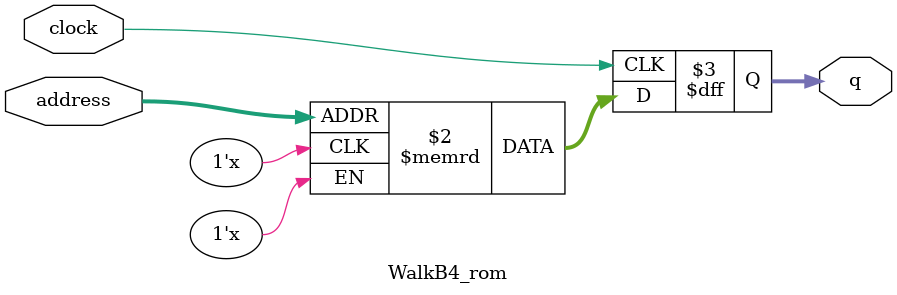
<source format=sv>
module WalkB4_rom (
	input logic clock,
	input logic [12:0] address,
	output logic [2:0] q
);

logic [2:0] memory [0:5399] /* synthesis ram_init_file = "./WalkB4/WalkB4.mif" */;

always_ff @ (posedge clock) begin
	q <= memory[address];
end

endmodule

</source>
